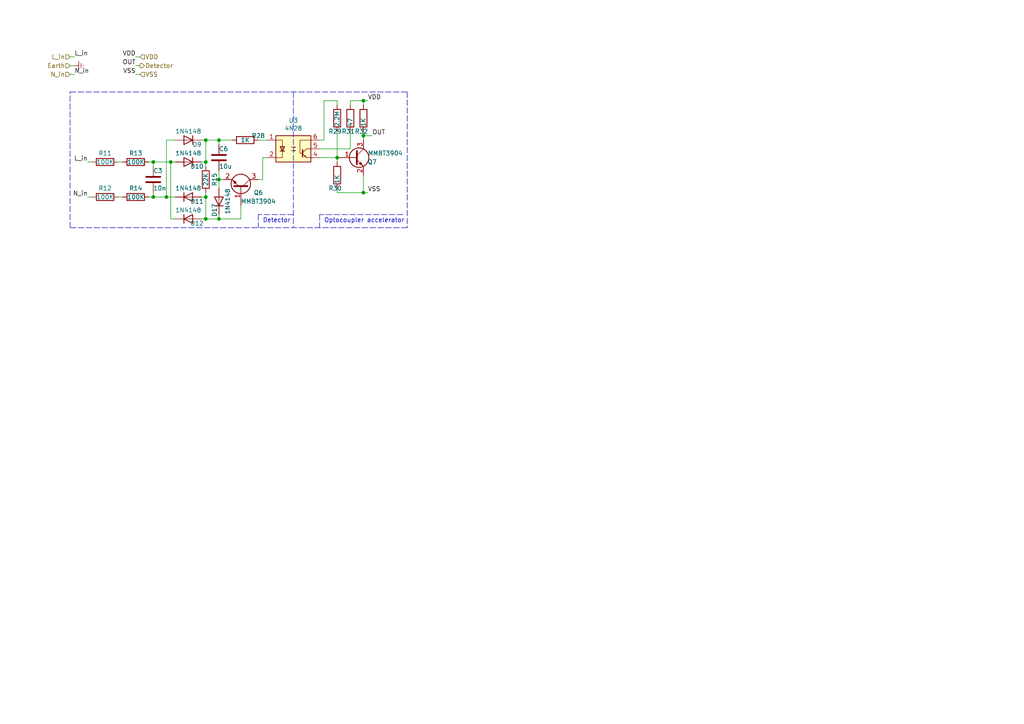
<source format=kicad_sch>
(kicad_sch (version 20211123) (generator eeschema)
  (paper "A4")
  (lib_symbols
    (symbol "Device:C" (pin_numbers hide) (pin_names (offset 0.254))
      (property "Reference" "C" (at 0.635 2.54 0))
      (property "Value" "C" (at 0.635 -2.54 0))
      (symbol "C_0_1"
        (polyline (pts (xy -2.032 -0.762) (xy 2.032 -0.762)) (stroke (width 0.508)))
        (polyline (pts (xy -2.032 0.762) (xy 2.032 0.762)) (stroke (width 0.508)))
      )
      (symbol "C_1_1"
        (pin passive line (at 0 3.81 270) (length 2.794) (name "~") (number "1"))
        (pin passive line (at 0 -3.81 90) (length 2.794) (name "~") (number "2"))
      )
    )
    (symbol "Device:D" (pin_numbers hide) (pin_names (offset 1.016) hide)
      (property "Reference" "D" (at 0 2.54 0))
      (property "Value" "D" (at 0 -2.54 0))
      (symbol "D_0_1"
        (polyline (pts (xy -1.27 1.27) (xy -1.27 -1.27)) (stroke (width 0.254)))
        (polyline (pts (xy 1.27 0) (xy -1.27 0)))
        (polyline (pts (xy 1.27 1.27) (xy 1.27 -1.27) (xy -1.27 0) (xy 1.27 1.27)) (stroke (width 0.254)))
      )
      (symbol "D_1_1"
        (pin passive line (at -3.81 0 0) (length 2.54) (name "K") (number "1"))
        (pin passive line (at 3.81 0 180) (length 2.54) (name "A") (number "2"))
      )
    )
    (symbol "Device:Q_NPN_BEC" (pin_names (offset 0) hide)
      (property "Reference" "Q" (at 5.08 1.27 0))
      (property "Value" "Q_NPN_BEC" (at 5.08 -1.27 0))
      (symbol "Q_NPN_BEC_0_1"
        (polyline (pts (xy 0.635 0.635) (xy 2.54 2.54)))
        (polyline (pts (xy 0.635 -0.635) (xy 2.54 -2.54) (xy 2.54 -2.54)))
        (polyline (pts (xy 0.635 1.905) (xy 0.635 -1.905) (xy 0.635 -1.905)) (stroke (width 0.508)))
        (polyline (pts (xy 1.27 -1.778) (xy 1.778 -1.27) (xy 2.286 -2.286) (xy 1.27 -1.778) (xy 1.27 -1.778)) (fill (type outline)))
        (circle (center 1.27 0) (radius 2.8194) (stroke (width 0.254)))
      )
      (symbol "Q_NPN_BEC_1_1"
        (pin input line (at -5.08 0 0) (length 5.715) (name "B") (number "1"))
        (pin passive line (at 2.54 -5.08 90) (length 2.54) (name "E") (number "2"))
        (pin passive line (at 2.54 5.08 270) (length 2.54) (name "C") (number "3"))
      )
    )
    (symbol "Device:R" (pin_numbers hide) (pin_names (offset 0))
      (property "Reference" "R" (at 2.032 0 90))
      (property "Value" "R" (at 0 0 90))
      (symbol "R_0_1"
        (rectangle (start -1.016 -2.54) (end 1.016 2.54) (stroke (width 0.254)))
      )
      (symbol "R_1_1"
        (pin passive line (at 0 3.81 270) (length 1.27) (name "~") (number "1"))
        (pin passive line (at 0 -3.81 90) (length 1.27) (name "~") (number "2"))
      )
    )
    (symbol "Isolator:4N28" (pin_names (offset 1.016))
      (property "Reference" "U" (at -5.08 5.08 0))
      (property "Value" "4N28" (at 0 5.08 0))
      (symbol "4N28_0_1"
        (rectangle (start -5.08 3.81) (end 5.08 -3.81) (stroke (width 0.254)) (fill (type background)))
        (polyline (pts (xy -3.81 -0.635) (xy -2.54 -0.635)) (stroke (width 0.254)))
        (polyline (pts (xy 2.667 -1.397) (xy 3.81 -2.54)))
        (polyline (pts (xy 2.667 -1.143) (xy 3.81 0)))
        (polyline (pts (xy 3.81 -2.54) (xy 5.08 -2.54)))
        (polyline (pts (xy 3.81 0) (xy 5.08 0)))
        (polyline (pts (xy 2.667 -0.254) (xy 2.667 -2.286) (xy 2.667 -2.286)) (stroke (width 0.3556)))
        (polyline (pts (xy -5.08 -2.54) (xy -3.175 -2.54) (xy -3.175 2.54) (xy -5.08 2.54)))
        (polyline (pts (xy -3.175 -0.635) (xy -3.81 0.635) (xy -2.54 0.635) (xy -3.175 -0.635)) (stroke (width 0.254)))
        (polyline (pts (xy 3.683 -2.413) (xy 3.429 -1.905) (xy 3.175 -2.159) (xy 3.683 -2.413)))
        (polyline (pts (xy 5.08 2.54) (xy 1.905 2.54) (xy 1.905 -1.27) (xy 2.54 -1.27)))
        (polyline (pts (xy -0.635 -0.508) (xy 0.635 -0.508) (xy 0.254 -0.635) (xy 0.254 -0.381) (xy 0.635 -0.508)))
        (polyline (pts (xy -0.635 0.508) (xy 0.635 0.508) (xy 0.254 0.381) (xy 0.254 0.635) (xy 0.635 0.508)))
      )
      (symbol "4N28_1_1"
        (pin passive line (at -7.62 2.54 0) (length 2.54) (name "~") (number "1"))
        (pin passive line (at -7.62 -2.54 0) (length 2.54) (name "~") (number "2"))
        (pin no_connect line (at -5.08 0 0) (length 2.54) hide (name "NC") (number "3"))
        (pin passive line (at 7.62 -2.54 180) (length 2.54) (name "~") (number "4"))
        (pin passive line (at 7.62 0 180) (length 2.54) (name "~") (number "5"))
        (pin passive line (at 7.62 2.54 180) (length 2.54) (name "~") (number "6"))
      )
    )
    (symbol "power:Earth" (power) (pin_names (offset 0))
      (symbol "Earth_0_1"
        (polyline (pts (xy -0.635 -1.905) (xy 0.635 -1.905)))
        (polyline (pts (xy -0.127 -2.54) (xy 0.127 -2.54)))
        (polyline (pts (xy 0 -1.27) (xy 0 0)))
        (polyline (pts (xy 1.27 -1.27) (xy -1.27 -1.27)))
      )
      (symbol "Earth_1_1"
        (pin power_in line (at 0 0 270) (length 0) hide (name "Earth") (number "1"))
      )
    )
  )
  (junction (at 44.45 46.99))
  (junction (at 105.41 55.88))
  (junction (at 49.53 46.99))
  (junction (at 63.5 63.5))
  (junction (at 97.79 45.72))
  (junction (at 63.5 40.64))
  (junction (at 59.69 63.5))
  (junction (at 63.5 52.07))
  (junction (at 48.26 57.15))
  (junction (at 59.69 40.64))
  (junction (at 44.45 57.15))
  (junction (at 59.69 57.15))
  (junction (at 105.41 29.21))
  (junction (at 105.41 39.37))
  (junction (at 59.69 46.99))
  (wire (pts (xy 50.8 40.64) (xy 48.26 40.64)))
  (wire (pts (xy 44.45 57.15) (xy 44.45 55.88)))
  (wire (pts (xy 49.53 63.5) (xy 50.8 63.5)))
  (wire (pts (xy 107.95 39.37) (xy 105.41 39.37)))
  (wire (pts (xy 63.5 52.07) (xy 63.5 49.53)))
  (polyline (pts (xy 92.71 62.23) (xy 92.71 66.04)))
  (wire (pts (xy 34.29 57.15) (xy 35.56 57.15)))
  (wire (pts (xy 63.5 40.64) (xy 67.31 40.64)))
  (wire (pts (xy 105.41 55.88) (xy 97.79 55.88)))
  (polyline (pts (xy 74.93 62.23) (xy 74.93 66.04)))
  (wire (pts (xy 58.42 57.15) (xy 59.69 57.15)))
  (wire (pts (xy 59.69 57.15) (xy 59.69 55.88)))
  (wire (pts (xy 50.8 46.99) (xy 49.53 46.99)))
  (wire (pts (xy 105.41 39.37) (xy 105.41 38.1)))
  (wire (pts (xy 97.79 55.88) (xy 97.79 54.61)))
  (wire (pts (xy 49.53 46.99) (xy 44.45 46.99)))
  (wire (pts (xy 97.79 30.48) (xy 97.79 29.21)))
  (wire (pts (xy 92.71 45.72) (xy 97.79 45.72)))
  (polyline (pts (xy 116.84 62.23) (xy 92.71 62.23)))
  (wire (pts (xy 20.32 16.51) (xy 21.59 16.51)))
  (wire (pts (xy 39.37 16.51) (xy 40.64 16.51)))
  (wire (pts (xy 34.29 46.99) (xy 35.56 46.99)))
  (wire (pts (xy 97.79 29.21) (xy 93.98 29.21)))
  (wire (pts (xy 74.93 40.64) (xy 77.47 40.64)))
  (wire (pts (xy 39.37 21.59) (xy 40.64 21.59)))
  (wire (pts (xy 101.6 29.21) (xy 101.6 30.48)))
  (wire (pts (xy 63.5 54.61) (xy 63.5 52.07)))
  (polyline (pts (xy 20.32 66.04) (xy 20.32 26.67)))
  (polyline (pts (xy 85.09 26.67) (xy 85.09 66.04)))
  (wire (pts (xy 59.69 46.99) (xy 59.69 48.26)))
  (wire (pts (xy 58.42 46.99) (xy 59.69 46.99)))
  (wire (pts (xy 21.59 19.05) (xy 20.32 19.05)))
  (wire (pts (xy 63.5 41.91) (xy 63.5 40.64)))
  (wire (pts (xy 97.79 38.1) (xy 97.79 45.72)))
  (wire (pts (xy 21.59 21.59) (xy 20.32 21.59)))
  (wire (pts (xy 105.41 30.48) (xy 105.41 29.21)))
  (polyline (pts (xy 20.32 26.67) (xy 118.11 26.67)))
  (wire (pts (xy 44.45 48.26) (xy 44.45 46.99)))
  (wire (pts (xy 59.69 63.5) (xy 63.5 63.5)))
  (wire (pts (xy 69.85 63.5) (xy 63.5 63.5)))
  (wire (pts (xy 25.4 46.99) (xy 26.67 46.99)))
  (wire (pts (xy 58.42 63.5) (xy 59.69 63.5)))
  (wire (pts (xy 93.98 40.64) (xy 92.71 40.64)))
  (wire (pts (xy 105.41 50.8) (xy 105.41 55.88)))
  (wire (pts (xy 76.2 52.07) (xy 74.93 52.07)))
  (wire (pts (xy 97.79 45.72) (xy 97.79 46.99)))
  (wire (pts (xy 76.2 45.72) (xy 76.2 52.07)))
  (wire (pts (xy 44.45 57.15) (xy 48.26 57.15)))
  (wire (pts (xy 105.41 40.64) (xy 105.41 39.37)))
  (wire (pts (xy 105.41 55.88) (xy 106.68 55.88)))
  (wire (pts (xy 106.68 29.21) (xy 105.41 29.21)))
  (wire (pts (xy 59.69 40.64) (xy 59.69 46.99)))
  (wire (pts (xy 49.53 46.99) (xy 49.53 63.5)))
  (wire (pts (xy 40.64 19.05) (xy 39.37 19.05)))
  (wire (pts (xy 59.69 40.64) (xy 63.5 40.64)))
  (wire (pts (xy 77.47 45.72) (xy 76.2 45.72)))
  (wire (pts (xy 48.26 40.64) (xy 48.26 57.15)))
  (polyline (pts (xy 118.11 26.67) (xy 118.11 66.04)))
  (wire (pts (xy 44.45 46.99) (xy 43.18 46.99)))
  (polyline (pts (xy 118.11 66.04) (xy 20.32 66.04)))
  (wire (pts (xy 44.45 57.15) (xy 43.18 57.15)))
  (wire (pts (xy 93.98 29.21) (xy 93.98 40.64)))
  (wire (pts (xy 48.26 57.15) (xy 50.8 57.15)))
  (wire (pts (xy 69.85 59.69) (xy 69.85 63.5)))
  (wire (pts (xy 63.5 63.5) (xy 63.5 62.23)))
  (wire (pts (xy 101.6 38.1) (xy 101.6 43.18)))
  (polyline (pts (xy 85.09 62.23) (xy 74.93 62.23)))
  (wire (pts (xy 59.69 63.5) (xy 59.69 57.15)))
  (wire (pts (xy 26.67 57.15) (xy 25.4 57.15)))
  (wire (pts (xy 105.41 29.21) (xy 101.6 29.21)))
  (wire (pts (xy 64.77 52.07) (xy 63.5 52.07)))
  (wire (pts (xy 101.6 43.18) (xy 92.71 43.18)))
  (wire (pts (xy 58.42 40.64) (xy 59.69 40.64)))
  (text "Detector" (at 76.2 64.77 0) (effects (font (size 1.27 1.27)) (justify left bottom)))
  (text "Optocoupler accelerator" (at 93.98 64.77 0) (effects (font (size 1.27 1.27)) (justify left bottom)))
  (label "OUT" (at 107.95 39.37 0))
  (label "N_in" (at 21.59 21.59 0))
  (label "VDD" (at 39.37 16.51 180))
  (label "L_in" (at 25.4 46.99 180))
  (label "VDD" (at 106.68 29.21 0))
  (label "OUT" (at 39.37 19.05 180))
  (label "VSS" (at 106.68 55.88 0))
  (label "L_in" (at 21.59 16.51 0))
  (label "VSS" (at 39.37 21.59 180))
  (label "N_in" (at 25.4 57.15 180))
  (hierarchical_label "VDD" (shape input) (at 40.64 16.51 0))
  (hierarchical_label "N_in" (shape input) (at 20.32 21.59 180))
  (hierarchical_label "L_in" (shape input) (at 20.32 16.51 180))
  (hierarchical_label "VSS" (shape input) (at 40.64 21.59 0))
  (hierarchical_label "Detector" (shape output) (at 40.64 19.05 0))
  (hierarchical_label "Earth" (shape input) (at 20.32 19.05 180))
  (symbol (lib_id "power:Earth") (at 21.59 19.05 90)
    (property "Reference" "#PWR0119" (effects hide))
    (property "Value" "Earth" (effects hide))
  )
  (symbol (lib_id "Device:R") (at 30.48 46.99 270)
    (property "Reference" "R11" (at 30.48 44.45 90))
    (property "Value" "100K" (at 30.48 46.99 90))
    (property "Footprint" "SquantorRcl:C_1206" (effects hide))
  )
  (symbol (lib_id "Device:R") (at 39.37 46.99 270)
    (property "Reference" "R13" (at 39.37 44.45 90))
    (property "Value" "100K" (at 39.37 46.99 90))
    (property "Footprint" "SquantorRcl:C_1206" (effects hide))
  )
  (symbol (lib_id "Device:R") (at 30.48 57.15 270)
    (property "Reference" "R12" (at 30.48 54.61 90))
    (property "Value" "100K" (at 30.48 57.15 90))
    (property "Footprint" "SquantorRcl:C_1206" (effects hide))
  )
  (symbol (lib_id "Device:R") (at 39.37 57.15 270)
    (property "Reference" "R14" (at 39.37 54.61 90))
    (property "Value" "100K" (at 39.37 57.15 90))
    (property "Footprint" "SquantorRcl:C_1206" (effects hide))
  )
  (symbol (lib_id "Device:C") (at 44.45 52.07 0)
    (property "Reference" "C3" (at 44.45 49.53 0) (effects (justify left)))
    (property "Value" "10n" (at 44.45 54.61 0) (effects (justify left)))
    (property "Footprint" "SquantorRcl:C_0805" (effects hide))
  )
  (symbol (lib_id "Device:D") (at 54.61 40.64 180)
    (property "Reference" "D9" (at 57.15 41.91 0))
    (property "Value" "1N4148" (at 54.61 38.1 0))
    (property "Footprint" "Diode_SMD:D_MiniMELF" (effects hide))
  )
  (symbol (lib_id "Device:D") (at 54.61 46.99 180)
    (property "Reference" "D10" (at 57.15 48.26 0))
    (property "Value" "1N4148" (at 54.61 44.45 0))
    (property "Footprint" "Diode_SMD:D_MiniMELF" (effects hide))
  )
  (symbol (lib_id "Device:D") (at 54.61 57.15 0) (mirror x)
    (property "Reference" "D11" (at 57.15 58.42 0))
    (property "Value" "1N4148" (at 54.61 54.61 0))
    (property "Footprint" "Diode_SMD:D_MiniMELF" (effects hide))
  )
  (symbol (lib_id "Device:D") (at 54.61 63.5 0) (mirror x)
    (property "Reference" "D12" (at 57.15 64.77 0))
    (property "Value" "1N4148" (at 54.61 60.96 0))
    (property "Footprint" "Diode_SMD:D_MiniMELF" (effects hide))
  )
  (symbol (lib_id "Device:R") (at 59.69 52.07 180)
    (property "Reference" "R15" (at 62.23 52.07 90))
    (property "Value" "22K" (at 59.69 52.07 90))
    (property "Footprint" "SquantorRcl:C_1206" (effects hide))
  )
  (symbol (lib_id "Device:D") (at 63.5 58.42 90)
    (property "Reference" "D17" (at 62.23 60.96 0))
    (property "Value" "1N4148" (at 66.04 58.42 0))
    (property "Footprint" "Diode_SMD:D_MiniMELF" (effects hide))
  )
  (symbol (lib_id "Device:C") (at 63.5 45.72 0)
    (property "Reference" "C6" (at 63.5 43.18 0) (effects (justify left)))
    (property "Value" "10u" (at 63.5 48.26 0) (effects (justify left)))
    (property "Footprint" "SquantorRcl:C_0805" (effects hide))
  )
  (symbol (lib_id "Device:R") (at 71.12 40.64 270)
    (property "Reference" "R28" (at 74.93 39.37 90))
    (property "Value" "1K" (at 71.12 40.64 90))
    (property "Footprint" "SquantorRcl:R_0603" (effects hide))
  )
  (symbol (lib_id "Isolator:4N28") (at 85.09 43.18 0)
    (property "Reference" "U3" (at 85.09 34.925 0))
    (property "Value" "4N28" (at 85.09 37.2364 0))
    (property "Footprint" "Package_DIP:DIP-6_W7.62mm" (effects hide))
    (property "Datasheet" "https://www.vishay.com/docs/83725/4n25.pdf" (effects hide))
  )
  (symbol (lib_id "Device:Q_NPN_BEC") (at 69.85 54.61 270) (mirror x)
    (property "Reference" "Q6" (at 74.93 55.88 90))
    (property "Value" "MMBT3904" (at 74.93 58.42 90))
    (property "Footprint" "SquantorIC:SOT23-3" (effects hide))
  )
  (symbol (lib_id "Device:R") (at 97.79 50.8 0)
    (property "Reference" "R30" (at 95.25 54.61 0) (effects (justify left)))
    (property "Value" "1K" (at 97.79 53.34 90) (effects (justify left)))
    (property "Footprint" "SquantorRcl:R_0603" (effects hide))
  )
  (symbol (lib_id "Device:R") (at 97.79 34.29 0)
    (property "Reference" "R29" (at 95.25 38.1 0) (effects (justify left)))
    (property "Value" "2.2M" (at 97.79 36.83 90) (effects (justify left)))
    (property "Footprint" "SquantorRcl:R_0603" (effects hide))
  )
  (symbol (lib_id "Device:Q_NPN_BEC") (at 102.87 45.72 0)
    (property "Reference" "Q7" (at 107.95 46.99 0))
    (property "Value" "MMBT3904" (at 111.76 44.45 0))
    (property "Footprint" "SquantorIC:SOT23-3" (effects hide))
  )
  (symbol (lib_id "Device:R") (at 101.6 34.29 0)
    (property "Reference" "R31" (at 99.06 38.1 0) (effects (justify left)))
    (property "Value" "47" (at 101.6 36.83 90) (effects (justify left)))
    (property "Footprint" "SquantorRcl:R_0603" (effects hide))
  )
  (symbol (lib_id "Device:R") (at 105.41 34.29 0)
    (property "Reference" "R32" (at 102.87 38.1 0) (effects (justify left)))
    (property "Value" "1K" (at 105.41 36.83 90) (effects (justify left)))
    (property "Footprint" "SquantorRcl:R_0603" (effects hide))
  )
)
</source>
